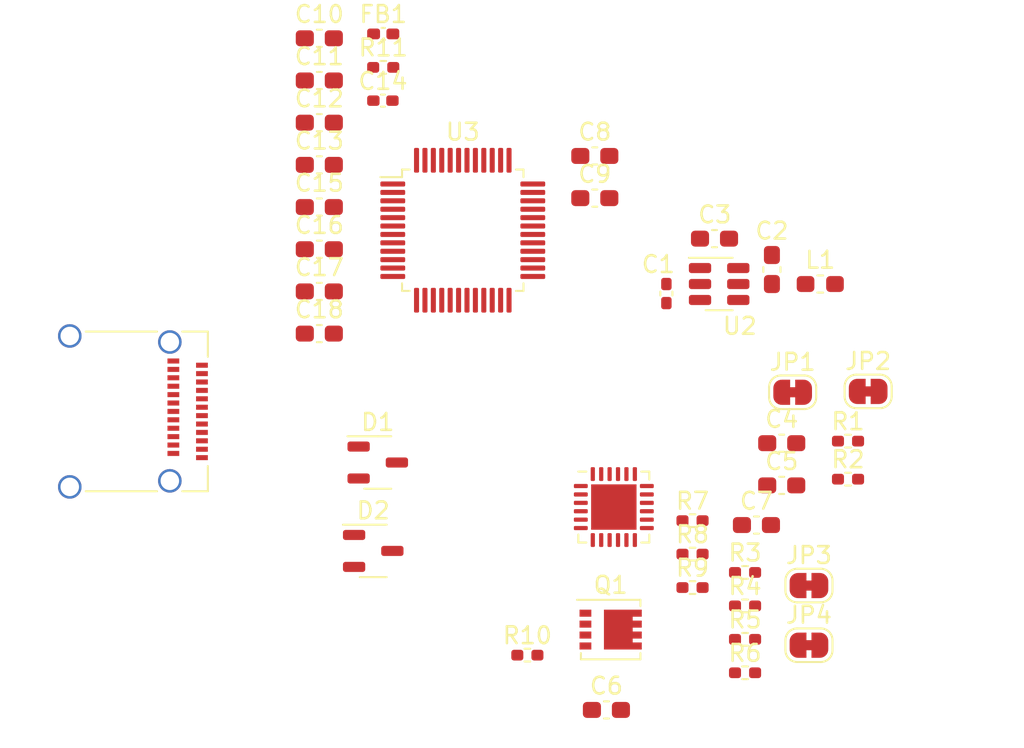
<source format=kicad_pcb>
(kicad_pcb (version 20221018) (generator pcbnew)
  (layers (0 "F.Cu" signal) (31 "B.Cu" signal) (34 "B.Paste" user) (35 "F.Paste" user) (36 "B.SilkS" user "B.Silkscreen") (37 "F.SilkS" user "F.Silkscreen") (38 "B.Mask" user) (39 "F.Mask" user) (44 "Edge.Cuts" user))
  (net 0 "")
  (net 1 "VBUS")
  (net 2 "GND")
  (net 3 "/SW")
  (net 4 "+3.3V")
  (net 5 "/1V2")
  (net 8 "/2V7")
  (net 14 "/CC1")
  (net 18 "/CC2")
  (net 19 "Net-(JP1-B)")
  (net 21 "/SCL")
  (net 22 "/SDA")
  (net 23 "/Reset_PD")
  (net 24 "/ADDR0")
  (net 25 "/ADDR1")
  (net 27 "Net-(JP2-B)")
  (net 32 "/VBUS_VS_DISCH")
  (net 33 "/BST")
  (net 34 "Net-(C7-Pad1)")
  (net 35 "/Vsink")
  (net 36 "/q1_gate")
  (net 37 "/vbus_en_snk")
  (net 38 "/D+")
  (net 39 "/D-")
  (net 40 "/DISCH")
  (net 41 "/Alert")
  (net 80 "+3.3VA")
  (net 81 "Net-(U3-NRST)")
  (net 83 "Net-(U3-BOOT0)")
  (footprint "Resistor_SMD:R_0402_1005Metric_Pad0.72x0.64mm_HandSolder" (layer "F.Cu") (at 86.8975 73.73)
    (fp_text reference "R8" (at 0 -1.17) (layer "F.SilkS"))
    (fp_text value "22k")
    (fp_line (start -0.167621 -0.38) (end 0.167621 -0.38) (stroke (width 0.12)) (layer "F.SilkS"))
    (fp_line (start -0.167621 0.38) (end 0.167621 0.38) (stroke (width 0.12)) (layer "F.SilkS"))
    (pad "1" smd roundrect (at -0.5975 0) (size 0.715 0.64) (layers "F.Cu" "F.Paste" "F.Mask") (net 36 "/q1_gate"))
    (pad "2" smd roundrect (at 0.5975 0) (size 0.715 0.64) (layers "F.Cu" "F.Paste" "F.Mask") (net 37 "/vbus_en_snk"))
  )
  (footprint "Capacitor_SMD:C_0603_1608Metric_Pad1.08x0.95mm_HandSolder" (layer "F.Cu") (at 81.0875 50.04)
    (fp_text reference "C8" (at 0 -1.43) (layer "F.SilkS"))
    (fp_text value "4.7uF")
    (fp_line (start -0.146267 -0.51) (end 0.146267 -0.51) (stroke (width 0.12)) (layer "F.SilkS"))
    (fp_line (start -0.146267 0.51) (end 0.146267 0.51) (stroke (width 0.12)) (layer "F.SilkS"))
    (pad "1" smd roundrect (at -0.8625 0) (size 1.075 0.95) (layers "F.Cu" "F.Paste" "F.Mask") (net 1 "VBUS"))
    (pad "2" smd roundrect (at 0.8625 0) (size 1.075 0.95) (layers "F.Cu" "F.Paste" "F.Mask") (net 2 "GND"))
  )
  (footprint "Capacitor_SMD:C_0603_1608Metric_Pad1.08x0.95mm_HandSolder" (layer "F.Cu") (at 81.7775 83)
    (fp_text reference "C6" (at 0 -1.43) (layer "F.SilkS"))
    (fp_text value "1uF")
    (fp_line (start -0.146267 -0.51) (end 0.146267 -0.51) (stroke (width 0.12)) (layer "F.SilkS"))
    (fp_line (start -0.146267 0.51) (end 0.146267 0.51) (stroke (width 0.12)) (layer "F.SilkS"))
    (pad "1" smd roundrect (at -0.8625 0) (size 1.075 0.95) (layers "F.Cu" "F.Paste" "F.Mask") (net 1 "VBUS"))
    (pad "2" smd roundrect (at 0.8625 0) (size 1.075 0.95) (layers "F.Cu" "F.Paste" "F.Mask") (net 2 "GND"))
  )
  (footprint "Package_TO_SOT_SMD:SOT-23-3" (layer "F.Cu") (at 68.1825 68.28)
    (fp_text reference "D1" (at 0 -2.4) (layer "F.SilkS"))
    (fp_text value "CPDT-24V")
    (fp_line (start 0 -1.56) (end -1.8 -1.56) (stroke (width 0.12)) (layer "F.SilkS"))
    (fp_line (start 0 -1.56) (end 0.8 -1.56) (stroke (width 0.12)) (layer "F.SilkS"))
    (fp_line (start 0 1.56) (end -0.8 1.56) (stroke (width 0.12)) (layer "F.SilkS"))
    (fp_line (start 0 1.56) (end 0.8 1.56) (stroke (width 0.12)) (layer "F.SilkS"))
    (pad "1" smd roundrect (at -1.1375 -0.95) (size 1.325 0.6) (layers "F.Cu" "F.Paste" "F.Mask") (net 14 "/CC1"))
    (pad "2" smd roundrect (at -1.1375 0.95) (size 1.325 0.6) (layers "F.Cu" "F.Paste" "F.Mask") (net 18 "/CC2"))
    (pad "3" smd roundrect (at 1.1375 0) (size 1.325 0.6) (layers "F.Cu" "F.Paste" "F.Mask") (net 2 "GND"))
  )
  (footprint "Capacitor_SMD:C_0603_1608Metric_Pad1.08x0.95mm_HandSolder" (layer "F.Cu") (at 64.7075 58.1)
    (fp_text reference "C17" (at 0 -1.43) (layer "F.SilkS"))
    (fp_text value "1uF")
    (fp_line (start -0.146267 -0.51) (end 0.146267 -0.51) (stroke (width 0.12)) (layer "F.SilkS"))
    (fp_line (start -0.146267 0.51) (end 0.146267 0.51) (stroke (width 0.12)) (layer "F.SilkS"))
    (pad "1" smd roundrect (at -0.8625 0) (size 1.075 0.95) (layers "F.Cu" "F.Paste" "F.Mask") (net 2 "GND"))
    (pad "2" smd roundrect (at 0.8625 0) (size 1.075 0.95) (layers "F.Cu" "F.Paste" "F.Mask") (net 4 "+3.3V"))
  )
  (footprint "Package_TO_SOT_SMD:TSOT-23-6" (layer "F.Cu") (at 88.48 57.66)
    (fp_text reference "U2" (at 1.23 2.5) (layer "F.SilkS"))
    (fp_text value "AP63203WU")
    (fp_line (start 0 -1.56) (end -1.8 -1.56) (stroke (width 0.12)) (layer "F.SilkS"))
    (fp_line (start 0 -1.56) (end 0.8 -1.56) (stroke (width 0.12)) (layer "F.SilkS"))
    (fp_line (start 0 1.56) (end -0.8 1.56) (stroke (width 0.12)) (layer "F.SilkS"))
    (fp_line (start 0 1.56) (end 0.8 1.56) (stroke (width 0.12)) (layer "F.SilkS"))
    (pad "1" smd roundrect (at -1.1375 -0.95) (size 1.325 0.6) (layers "F.Cu" "F.Paste" "F.Mask") (net 4 "+3.3V"))
    (pad "2" smd roundrect (at -1.1375 0) (size 1.325 0.6) (layers "F.Cu" "F.Paste" "F.Mask") (net 1 "VBUS"))
    (pad "3" smd roundrect (at -1.1375 0.95) (size 1.325 0.6) (layers "F.Cu" "F.Paste" "F.Mask") (net 1 "VBUS"))
    (pad "4" smd roundrect (at 1.1375 0.95) (size 1.325 0.6) (layers "F.Cu" "F.Paste" "F.Mask") (net 2 "GND"))
    (pad "5" smd roundrect (at 1.1375 0) (size 1.325 0.6) (layers "F.Cu" "F.Paste" "F.Mask") (net 3 "/SW"))
    (pad "6" smd roundrect (at 1.1375 -0.95) (size 1.325 0.6) (layers "F.Cu" "F.Paste" "F.Mask") (net 33 "/BST"))
  )
  (footprint "Jumper:SolderJumper-2_P1.3mm_Bridged_RoundedPad1.0x1.5mm" (layer "F.Cu") (at 97.34 64.05)
    (fp_text reference "JP2" (at 0 -1.8) (layer "F.SilkS"))
    (fp_text value "SolderJumper_2_Bridged")
    (fp_poly (pts (xy 0.25 -0.3) (xy -0.25 -0.3) (xy -0.25 0.3) (xy 0.25 0.3)) (fill solid) (layer "F.Cu"))
    (fp_line (start -1.4 0.3) (end -1.4 -0.3) (stroke (width 0.12)) (layer "F.SilkS"))
    (fp_line (start -0.7 -1) (end 0.7 -1) (stroke (width 0.12)) (layer "F.SilkS"))
    (fp_line (start 0.7 1) (end -0.7 1) (stroke (width 0.12)) (layer "F.SilkS"))
    (fp_line (start 1.4 -0.3) (end 1.4 0.3) (stroke (width 0.12)) (layer "F.SilkS"))
    (fp_arc (start -1.4 -0.3) (mid -1.194975 -0.794975) (end -0.7 -1) (stroke (width 0.12)) (layer "F.SilkS"))
    (fp_arc (start -0.7 1) (mid -1.194975 0.794975) (end -1.4 0.3) (stroke (width 0.12)) (layer "F.SilkS"))
    (fp_arc (start 0.7 -1) (mid 1.194975 -0.794975) (end 1.4 -0.3) (stroke (width 0.12)) (layer "F.SilkS"))
    (fp_arc (start 1.4 0.3) (mid 1.194975 0.794975) (end 0.7 1) (stroke (width 0.12)) (layer "F.SilkS"))
    (pad "1" smd custom (at -0.65 0) (size 1 0.5) (layers "F.Cu" "F.Mask") (net 4 "+3.3V") (options (clearance outline) (anchor rect)) (primitives (gr_circle (center 0 0.25) (end 0.5 0.25) (width 0) (fill yes)) (gr_circle (center 0 -0.25) (end 0.5 -0.25) (width 0) (fill yes)) (gr_poly (pts (xy 0.5 0.75) (xy 0 0.75) (xy 0 -0.75) (xy 0.5 -0.75)) (width 0) (fill yes))))
    (pad "2" smd custom (at 0.65 0) (size 1 0.5) (layers "F.Cu" "F.Mask") (net 27 "Net-(JP2-B)") (options (clearance outline) (anchor rect)) (primitives (gr_circle (center 0 0.25) (end 0.5 0.25) (width 0) (fill yes)) (gr_circle (center 0 -0.25) (end 0.5 -0.25) (width 0) (fill yes)) (gr_poly (pts (xy 0 0.75) (xy -0.5 0.75) (xy -0.5 -0.75) (xy 0 -0.75)) (width 0) (fill yes))))
  )
  (footprint "Capacitor_SMD:C_0603_1608Metric_Pad1.08x0.95mm_HandSolder" (layer "F.Cu") (at 64.7075 45.55)
    (fp_text reference "C11" (at 0 -1.43) (layer "F.SilkS"))
    (fp_text value "100nF")
    (fp_line (start -0.146267 -0.51) (end 0.146267 -0.51) (stroke (width 0.12)) (layer "F.SilkS"))
    (fp_line (start -0.146267 0.51) (end 0.146267 0.51) (stroke (width 0.12)) (layer "F.SilkS"))
    (pad "1" smd roundrect (at -0.8625 0) (size 1.075 0.95) (layers "F.Cu" "F.Paste" "F.Mask") (net 2 "GND"))
    (pad "2" smd roundrect (at 0.8625 0) (size 1.075 0.95) (layers "F.Cu" "F.Paste" "F.Mask") (net 4 "+3.3V"))
  )
  (footprint "Resistor_SMD:R_0402_1005Metric_Pad0.72x0.64mm_HandSolder" (layer "F.Cu") (at 96.1425 69.27)
    (fp_text reference "R2" (at 0 -1.17) (layer "F.SilkS"))
    (fp_text value "2k2")
    (fp_line (start -0.167621 -0.38) (end 0.167621 -0.38) (stroke (width 0.12)) (layer "F.SilkS"))
    (fp_line (start -0.167621 0.38) (end 0.167621 0.38) (stroke (width 0.12)) (layer "F.SilkS"))
    (pad "1" smd roundrect (at -0.5975 0) (size 0.715 0.64) (layers "F.Cu" "F.Paste" "F.Mask") (net 27 "Net-(JP2-B)"))
    (pad "2" smd roundrect (at 0.5975 0) (size 0.715 0.64) (layers "F.Cu" "F.Paste" "F.Mask") (net 22 "/SDA"))
  )
  (footprint "Resistor_SMD:R_0402_1005Metric_Pad0.72x0.64mm_HandSolder" (layer "F.Cu") (at 90.02 80.79)
    (fp_text reference "R6" (at 0 -1.17) (layer "F.SilkS"))
    (fp_text value "10k")
    (fp_line (start -0.167621 -0.38) (end 0.167621 -0.38) (stroke (width 0.12)) (layer "F.SilkS"))
    (fp_line (start -0.167621 0.38) (end 0.167621 0.38) (stroke (width 0.12)) (layer "F.SilkS"))
    (pad "1" smd roundrect (at -0.5975 0) (size 0.715 0.64) (layers "F.Cu" "F.Paste" "F.Mask") (net 8 "/2V7"))
    (pad "2" smd roundrect (at 0.5975 0) (size 0.715 0.64) (layers "F.Cu" "F.Paste" "F.Mask") (net 25 "/ADDR1"))
  )
  (footprint "Resistor_SMD:R_0402_1005Metric_Pad0.72x0.64mm_HandSolder" (layer "F.Cu") (at 68.5075 44.77)
    (fp_text reference "R11" (at 0 -1.17) (layer "F.SilkS"))
    (fp_text value "10k")
    (fp_line (start -0.167621 -0.38) (end 0.167621 -0.38) (stroke (width 0.12)) (layer "F.SilkS"))
    (fp_line (start -0.167621 0.38) (end 0.167621 0.38) (stroke (width 0.12)) (layer "F.SilkS"))
    (pad "1" smd roundrect (at -0.5975 0) (size 0.715 0.64) (layers "F.Cu" "F.Paste" "F.Mask"))
    (pad "2" smd roundrect (at 0.5975 0) (size 0.715 0.64) (layers "F.Cu" "F.Paste" "F.Mask") (net 83 "Net-(U3-BOOT0)"))
  )
  (footprint "Jumper:SolderJumper-2_P1.3mm_Bridged_RoundedPad1.0x1.5mm" (layer "F.Cu") (at 93.82 75.6)
    (fp_text reference "JP3" (at 0 -1.8) (layer "F.SilkS"))
    (fp_text value "SolderJumper_2_Bridged")
    (fp_poly (pts (xy 0.25 -0.3) (xy -0.25 -0.3) (xy -0.25 0.3) (xy 0.25 0.3)) (fill solid) (layer "F.Cu"))
    (fp_line (start -1.4 0.3) (end -1.4 -0.3) (stroke (width 0.12)) (layer "F.SilkS"))
    (fp_line (start -0.7 -1) (end 0.7 -1) (stroke (width 0.12)) (layer "F.SilkS"))
    (fp_line (start 0.7 1) (end -0.7 1) (stroke (width 0.12)) (layer "F.SilkS"))
    (fp_line (start 1.4 -0.3) (end 1.4 0.3) (stroke (width 0.12)) (layer "F.SilkS"))
    (fp_arc (start -1.4 -0.3) (mid -1.194975 -0.794975) (end -0.7 -1) (stroke (width 0.12)) (layer "F.SilkS"))
    (fp_arc (start -0.7 1) (mid -1.194975 0.794975) (end -1.4 0.3) (stroke (width 0.12)) (layer "F.SilkS"))
    (fp_arc (start 0.7 -1) (mid 1.194975 -0.794975) (end 1.4 -0.3) (stroke (width 0.12)) (layer "F.SilkS"))
    (fp_arc (start 1.4 0.3) (mid 1.194975 0.794975) (end 0.7 1) (stroke (width 0.12)) (layer "F.SilkS"))
    (pad "1" smd custom (at -0.65 0) (size 1 0.5) (layers "F.Cu" "F.Mask") (net 24 "/ADDR0") (options (clearance outline) (anchor rect)) (primitives (gr_circle (center 0 0.25) (end 0.5 0.25) (width 0) (fill yes)) (gr_circle (center 0 -0.25) (end 0.5 -0.25) (width 0) (fill yes)) (gr_poly (pts (xy 0.5 0.75) (xy 0 0.75) (xy 0 -0.75) (xy 0.5 -0.75)) (width 0) (fill yes))))
    (pad "2" smd custom (at 0.65 0) (size 1 0.5) (layers "F.Cu" "F.Mask") (net 2 "GND") (options (clearance outline) (anchor rect)) (primitives (gr_circle (center 0 0.25) (end 0.5 0.25) (width 0) (fill yes)) (gr_circle (center 0 -0.25) (end 0.5 -0.25) (width 0) (fill yes)) (gr_poly (pts (xy 0 0.75) (xy -0.5 0.75) (xy -0.5 -0.75) (xy 0 -0.75)) (width 0) (fill yes))))
  )
  (footprint "Resistor_SMD:R_0402_1005Metric_Pad0.72x0.64mm_HandSolder" (layer "F.Cu") (at 86.8975 75.72)
    (fp_text reference "R9" (at 0 -1.17) (layer "F.SilkS"))
    (fp_text value "100k")
    (fp_line (start -0.167621 -0.38) (end 0.167621 -0.38) (stroke (width 0.12)) (layer "F.SilkS"))
    (fp_line (start -0.167621 0.38) (end 0.167621 0.38) (stroke (width 0.12)) (layer "F.SilkS"))
    (pad "1" smd roundrect (at -0.5975 0) (size 0.715 0.64) (layers "F.Cu" "F.Paste" "F.Mask") (net 36 "/q1_gate"))
    (pad "2" smd roundrect (at 0.5975 0) (size 0.715 0.64) (layers "F.Cu" "F.Paste" "F.Mask") (net 1 "VBUS"))
  )
  (footprint "Capacitor_SMD:C_0603_1608Metric_Pad1.08x0.95mm_HandSolder" (layer "F.Cu") (at 88.205 54.96 180)
    (fp_text reference "C3" (at -0.0125 1.43) (layer "F.SilkS"))
    (fp_text value "100nF")
    (fp_line (start -0.146267 -0.51) (end 0.146267 -0.51) (stroke (width 0.12)) (layer "F.SilkS"))
    (fp_line (start -0.146267 0.51) (end 0.146267 0.51) (stroke (width 0.12)) (layer "F.SilkS"))
    (pad "1" smd roundrect (at -0.8625 0 180) (size 1.075 0.95) (layers "F.Cu" "F.Paste" "F.Mask") (net 2 "GND"))
    (pad "2" smd roundrect (at 0.8625 0 180) (size 1.075 0.95) (layers "F.Cu" "F.Paste" "F.Mask") (net 4 "+3.3V"))
  )
  (footprint "Capacitor_SMD:C_0603_1608Metric_Pad1.08x0.95mm_HandSolder" (layer "F.Cu") (at 91.6175 56.7975 -90)
    (fp_text reference "C2" (at -2.3 0 -180) (layer "F.SilkS"))
    (fp_text value "100nF")
    (fp_line (start -0.146267 -0.51) (end 0.146267 -0.51) (stroke (width 0.12)) (layer "F.SilkS"))
    (fp_line (start -0.146267 0.51) (end 0.146267 0.51) (stroke (width 0.12)) (layer "F.SilkS"))
    (pad "1" smd roundrect (at -0.8625 0 270) (size 1.075 0.95) (layers "F.Cu" "F.Paste" "F.Mask") (net 33 "/BST"))
    (pad "2" smd roundrect (at 0.8625 0 270) (size 1.075 0.95) (layers "F.Cu" "F.Paste" "F.Mask") (net 3 "/SW"))
  )
  (footprint "Capacitor_SMD:C_0603_1608Metric_Pad1.08x0.95mm_HandSolder" (layer "F.Cu") (at 81.0875 52.55)
    (fp_text reference "C9" (at 0 -1.43) (layer "F.SilkS"))
    (fp_text value "100nF")
    (fp_line (start -0.146267 -0.51) (end 0.146267 -0.51) (stroke (width 0.12)) (layer "F.SilkS"))
    (fp_line (start -0.146267 0.51) (end 0.146267 0.51) (stroke (width 0.12)) (layer "F.SilkS"))
    (pad "1" smd roundrect (at -0.8625 0) (size 1.075 0.95) (layers "F.Cu" "F.Paste" "F.Mask") (net 1 "VBUS"))
    (pad "2" smd roundrect (at 0.8625 0) (size 1.075 0.95) (layers "F.Cu" "F.Paste" "F.Mask") (net 2 "GND"))
  )
  (footprint "Inductor_SMD:L_0402_1005Metric_Pad0.77x0.64mm_HandSolder" (layer "F.Cu") (at 68.5075 42.78)
    (fp_text reference "FB1" (at 0 -1.17) (layer "F.SilkS"))
    (fp_text value "120R")
    (fp_line (start -0.1002 -0.36) (end 0.1002 -0.36) (stroke (width 0.12)) (layer "F.SilkS"))
    (fp_line (start -0.1002 0.36) (end 0.1002 0.36) (stroke (width 0.12)) (layer "F.SilkS"))
    (pad "1" smd roundrect (at -0.5725 0) (size 0.765 0.64) (layers "F.Cu" "F.Paste" "F.Mask") (net 80 "+3.3VA"))
    (pad "2" smd roundrect (at 0.5725 0) (size 0.765 0.64) (layers "F.Cu" "F.Paste" "F.Mask") (net 4 "+3.3V"))
  )
  (footprint "Jumper:SolderJumper-2_P1.3mm_Bridged_RoundedPad1.0x1.5mm" (layer "F.Cu") (at 93.82 79.15)
    (fp_text reference "JP4" (at 0 -1.8) (layer "F.SilkS"))
    (fp_text value "SolderJumper_2_Bridged")
    (fp_poly (pts (xy 0.25 -0.3) (xy -0.25 -0.3) (xy -0.25 0.3) (xy 0.25 0.3)) (fill solid) (layer "F.Cu"))
    (fp_line (start -1.4 0.3) (end -1.4 -0.3) (stroke (width 0.12)) (layer "F.SilkS"))
    (fp_line (start -0.7 -1) (end 0.7 -1) (stroke (width 0.12)) (layer "F.SilkS"))
    (fp_line (start 0.7 1) (end -0.7 1) (stroke (width 0.12)) (layer "F.SilkS"))
    (fp_line (start 1.4 -0.3) (end 1.4 0.3) (stroke (width 0.12)) (layer "F.SilkS"))
    (fp_arc (start -1.4 -0.3) (mid -1.194975 -0.794975) (end -0.7 -1) (stroke (width 0.12)) (layer "F.SilkS"))
    (fp_arc (start -0.7 1) (mid -1.194975 0.794975) (end -1.4 0.3) (stroke (width 0.12)) (layer "F.SilkS"))
    (fp_arc (start 0.7 -1) (mid 1.194975 -0.794975) (end 1.4 -0.3) (stroke (width 0.12)) (layer "F.SilkS"))
    (fp_arc (start 1.4 0.3) (mid 1.194975 0.794975) (end 0.7 1) (stroke (width 0.12)) (layer "F.SilkS"))
    (pad "1" smd custom (at -0.65 0) (size 1 0.5) (layers "F.Cu" "F.Mask") (net 25 "/ADDR1") (options (clearance outline) (anchor rect)) (primitives (gr_circle (center 0 0.25) (end 0.5 0.25) (width 0) (fill yes)) (gr_circle (center 0 -0.25) (end 0.5 -0.25) (width 0) (fill yes)) (gr_poly (pts (xy 0.5 0.75) (xy 0 0.75) (xy 0 -0.75) (xy 0.5 -0.75)) (width 0) (fill yes))))
    (pad "2" smd custom (at 0.65 0) (size 1 0.5) (layers "F.Cu" "F.Mask") (net 2 "GND") (options (clearance outline) (anchor rect)) (primitives (gr_circle (center 0 0.25) (end 0.5 0.25) (width 0) (fill yes)) (gr_circle (center 0 -0.25) (end 0.5 -0.25) (width 0) (fill yes)) (gr_poly (pts (xy 0 0.75) (xy -0.5 0.75) (xy -0.5 -0.75) (xy 0 -0.75)) (width 0) (fill yes))))
  )
  (footprint "Resistor_SMD:R_0402_1005Metric_Pad0.72x0.64mm_HandSolder" (layer "F.Cu") (at 86.8975 71.74)
    (fp_text reference "R7" (at 0 -1.17) (layer "F.SilkS"))
    (fp_text value "10k")
    (fp_line (start -0.167621 -0.38) (end 0.167621 -0.38) (stroke (width 0.12)) (layer "F.SilkS"))
    (fp_line (start -0.167621 0.38) (end 0.167621 0.38) (stroke (width 0.12)) (layer "F.SilkS"))
    (pad "1" smd roundrect (at -0.5975 0) (size 0.715 0.64) (layers "F.Cu" "F.Paste" "F.Mask") (net 34 "Net-(C7-Pad1)"))
    (pad "2" smd roundrect (at 0.5975 0) (size 0.715 0.64) (layers "F.Cu" "F.Paste" "F.Mask") (net 36 "/q1_gate"))
  )
  (footprint "Jumper:SolderJumper-2_P1.3mm_Bridged_RoundedPad1.0x1.5mm" (layer "F.Cu") (at 92.851 64.1005)
    (fp_text reference "JP1" (at 0 -1.8) (layer "F.SilkS"))
    (fp_text value "SolderJumper_2_Bridged")
    (fp_poly (pts (xy 0.25 -0.3) (xy -0.25 -0.3) (xy -0.25 0.3) (xy 0.25 0.3)) (fill solid) (layer "F.Cu"))
    (fp_line (start -1.4 0.3) (end -1.4 -0.3) (stroke (width 0.12)) (layer "F.SilkS"))
    (fp_line (start -0.7 -1) (end 0.7 -1) (stroke (width 0.12)) (layer "F.SilkS"))
    (fp_line (start 0.7 1) (end -0.7 1) (stroke (width 0.12)) (layer "F.SilkS"))
    (fp_line (start 1.4 -0.3) (end 1.4 0.3) (stroke (width 0.12)) (layer "F.SilkS"))
    (fp_arc (start -1.4 -0.3) (mid -1.194975 -0.794975) (end -0.7 -1) (stroke (width 0.12)) (layer "F.SilkS"))
    (fp_arc (start -0.7 1) (mid -1.194975 0.794975) (end -1.4 0.3) (stroke (width 0.12)) (layer "F.SilkS"))
    (fp_arc (start 0.7 -1) (mid 1.194975 -0.794975) (end 1.4 -0.3) (stroke (width 0.12)) (layer "F.SilkS"))
    (fp_arc (start 1.4 0.3) (mid 1.194975 0.794975) (end 0.7 1) (stroke (width 0.12)) (layer "F.SilkS"))
    (pad "1" smd custom (at -0.65 0) (size 1 0.5) (layers "F.Cu" "F.Mask") (net 4 "+3.3V") (options (clearance outline) (anchor rect)) (primitives (gr_circle (center 0 0.25) (end 0.5 0.25) (width 0) (fill yes)) (gr_circle (center 0 -0.25) (end 0.5 -0.25) (width 0) (fill yes)) (gr_poly (pts (xy 0.5 0.75) (xy 0 0.75) (xy 0 -0.75) (xy 0.5 -0.75)) (width 0) (fill yes))))
    (pad "2" smd custom (at 0.65 0) (size 1 0.5) (layers "F.Cu" "F.Mask") (net 19 "Net-(JP1-B)") (options (clearance outline) (anchor rect)) (primitives (gr_circle (center 0 0.25) (end 0.5 0.25) (width 0) (fill yes)) (gr_circle (center 0 -0.25) (end 0.5 -0.25) (width 0) (fill yes)) (gr_poly (pts (xy 0 0.75) (xy -0.5 0.75) (xy -0.5 -0.75) (xy 0 -0.75)) (width 0) (fill yes))))
  )
  (footprint "Capacitor_SMD:C_0603_1608Metric_Pad1.08x0.95mm_HandSolder" (layer "F.Cu") (at 90.6975 72)
    (fp_text reference "C7" (at 0 -1.43) (layer "F.SilkS"))
    (fp_text value "100nF")
    (fp_line (start -0.146267 -0.51) (end 0.146267 -0.51) (stroke (width 0.12)) (layer "F.SilkS"))
    (fp_line (start -0.146267 0.51) (end 0.146267 0.51) (stroke (width 0.12)) (layer "F.SilkS"))
    (pad "1" smd roundrect (at -0.8625 0) (size 1.075 0.95) (layers "F.Cu" "F.Paste" "F.Mask") (net 34 "Net-(C7-Pad1)"))
    (pad "2" smd roundrect (at 0.8625 0) (size 1.075 0.95) (layers "F.Cu" "F.Paste" "F.Mask") (net 35 "/Vsink"))
  )
  (footprint "Package_QFP:LQFP-48_7x7mm_P0.5mm" (layer "F.Cu") (at 73.2375 54.46)
    (fp_text reference "U3" (at 0 -5.85) (layer "F.SilkS"))
    (fp_text value "STM32F103C8Tx")
    (fp_line (start -3.61 -3.61) (end -3.61 -3.16) (stroke (width 0.12)) (layer "F.SilkS"))
    (fp_line (start -3.61 -3.16) (end -4.9 -3.16) (stroke (width 0.12)) (layer "F.SilkS"))
    (fp_line (start -3.61 3.61) (end -3.61 3.16) (stroke (width 0.12)) (layer "F.SilkS"))
    (fp_line (start -3.16 -3.61) (end -3.61 -3.61) (stroke (width 0.12)) (layer "F.SilkS"))
    (fp_line (start -3.16 3.61) (end -3.61 3.61) (stroke (width 0.12)) (layer "F.SilkS"))
    (fp_line (start 3.16 -3.61) (end 3.61 -3.61) (stroke (width 0.12)) (layer "F.SilkS"))
    (fp_line (start 3.16 3.61) (end 3.61 3.61) (stroke (width 0.12)) (layer "F.SilkS"))
    (fp_line (start 3.61 -3.61) (end 3.61 -3.16) (stroke (width 0.12)) (layer "F.SilkS"))
    (fp_line (start 3.61 3.61) (end 3.61 3.16) (stroke (width 0.12)) (layer "F.SilkS"))
    (pad "1" smd roundrect (at -4.1625 -2.75) (size 1.475 0.3) (layers "F.Cu" "F.Paste" "F.Mask") (net 4 "+3.3V"))
    (pad "2" smd roundrect (at -4.1625 -2.25) (size 1.475 0.3) (layers "F.Cu" "F.Paste" "F.Mask"))
    (pad "3" smd roundrect (at -4.1625 -1.75) (size 1.475 0.3) (layers "F.Cu" "F.Paste" "F.Mask"))
    (pad "4" smd roundrect (at -4.1625 -1.25) (size 1.475 0.3) (layers "F.Cu" "F.Paste" "F.Mask"))
    (pad "5" smd roundrect (at -4.1625 -0.75) (size 1.475 0.3) (layers "F.Cu" "F.Paste" "F.Mask"))
    (pad "6" smd roundrect (at -4.1625 -0.25) (size 1.475 0.3) (layers "F.Cu" "F.Paste" "F.Mask"))
    (pad "7" smd roundrect (at -4.1625 0.25) (size 1.475 0.3) (layers "F.Cu" "F.Paste" "F.Mask") (net 81 "Net-(U3-NRST)"))
    (pad "8" smd roundrect (at -4.1625 0.75) (size 1.475 0.3) (layers "F.Cu" "F.Paste" "F.Mask") (net 2 "GND"))
    (pad "9" smd roundrect (at -4.1625 1.25) (size 1.475 0.3) (layers "F.Cu" "F.Paste" "F.Mask") (net 80 "+3.3VA"))
    (pad "10" smd roundrect (at -4.1625 1.75) (size 1.475 0.3) (layers "F.Cu" "F.Paste" "F.Mask"))
    (pad "11" smd roundrect (at -4.1625 2.25) (size 1.475 0.3) (layers "F.Cu" "F.Paste" "F.Mask"))
    (pad "12" smd roundrect (at -4.1625 2.75) (size 1.475 0.3) (layers "F.Cu" "F.Paste" "F.Mask"))
    (pad "13" smd roundrect (at -2.75 4.1625) (size 0.3 1.475) (layers "F.Cu" "F.Paste" "F.Mask"))
    (pad "14" smd roundrect (at -2.25 4.1625) (size 0.3 1.475) (layers "F.Cu" "F.Paste" "F.Mask"))
    (pad "15" smd roundrect (at -1.75 4.1625) (size 0.3 1.475) (layers "F.Cu" "F.Paste" "F.Mask"))
    (pad "16" smd roundrect (at -1.25 4.1625) (size 0.3 1.475) (layers "F.Cu" "F.Paste" "F.Mask"))
    (pad "17" smd roundrect (at -0.75 4.1625) (size 0.3 1.475) (layers "F.Cu" "F.Paste" "F.Mask"))
    (pad "18" smd roundrect (at -0.25 4.1625) (size 0.3 1.475) (layers "F.Cu" "F.Paste" "F.Mask"))
    (pad "19" smd roundrect (at 0.25 4.1625) (size 0.3 1.475) (layers "F.Cu" "F.Paste" "F.Mask"))
    (pad "20" smd roundrect (at 0.75 4.1625) (size 0.3 1.475) (layers "F.Cu" "F.Paste" "F.Mask"))
    (pad "21" smd roundrect (at 1.25 4.1625) (size 0.3 1.475) (layers "F.Cu" "F.Paste" "F.Mask"))
    (pad "22" smd roundrect (at 1.75 4.1625) (size 0.3 1.475) (layers "F.Cu" "F.Paste" "F.Mask"))
    (pad "23" smd roundrect (at 2.25 4.1625) (size 0.3 1.475) (layers "F.Cu" "F.Paste" "F.Mask") (net 2 "GND"))
    (pad "24" smd roundrect (at 2.75 4.1625) (size 0.3 1.475) (layers "F.Cu" "F.Paste" "F.Mask") (net 4 "+3.3V"))
    (pad "25" smd roundrect (at 4.1625 2.75) (size 1.475 0.3) (layers "F.Cu" "F.Paste" "F.Mask"))
    (pad "26" smd roundrect (at 4.1625 2.25) (size 1.475 0.3) (layers "F.Cu" "F.Paste" "F.Mask"))
    (pad "27" smd roundrect (at 4.1625 1.75) (size 1.475 0.3) (layers "F.Cu" "F.Paste" "F.Mask"))
    (pad "28" smd roundrect (at 4.1625 1.25) (size 1.475 0.3) (layers "F.Cu" "F.Paste" "F.Mask"))
    (pad "29" smd roundrect (at 4.1625 0.75) (size 1.475 0.3) (layers "F.Cu" "F.Paste" "F.Mask"))
    (pad "30" smd roundrect (at 4.1625 0.25) (size 1.475 0.3) (layers "F.Cu" "F.Paste" "F.Mask"))
    (pad "31" smd roundrect (at 4.1625 -0.25) (size 1.475 0.3) (layers "F.Cu" "F.Paste" "F.Mask"))
    (pad "32" smd roundrect (at 4.1625 -0.75) (size 1.475 0.3) (layers "F.Cu" "F.Paste" "F.Mask"))
    (pad "33" smd roundrect (at 4.1625 -1.25) (size 1.475 0.3) (layers "F.Cu" "F.Paste" "F.Mask"))
    (pad "34" smd roundrect (at 4.1625 -1.75) (size 1.475 0.3) (layers "F.Cu" "F.Paste" "F.Mask"))
    (pad "35" smd roundrect (at 4.1625 -2.25) (size 1.475 0.3) (layers "F.Cu" "F.Paste" "F.Mask") (net 2 "GND"))
    (pad "36" smd roundrect (at 4.1625 -2.75) (size 1.475 0.3) (layers "F.Cu" "F.Paste" "F.Mask") (net 4 "+3.3V"))
    (pad "37" smd roundrect (at 2.75 -4.1625) (size 0.3 1.475) (layers "F.Cu" "F.Paste" "F.Mask"))
    (pad "38" smd roundrect (at 2.25 -4.1625) (size 0.3 1.475) (layers "F.Cu" "F.Paste" "F.Mask"))
    (pad "39" smd roundrect (at 1.75 -4.1625) (size 0.3 1.475) (layers "F.Cu" "F.Paste" "F.Mask"))
    (pad "40" smd roundrect (at 1.25 -4.1625) (size 0.3 1.475) (layers "F.Cu" "F.Paste" "F.Mask"))
    (pad "41" smd roundrect (at 0.75 -4.1625) (size 0.3 1.475) (layers "F.Cu" "F.Paste" "F.Mask"))
    (pad "42" smd roundrect (at 0.25 -4.1625) (size 0.3 1.475) (layers "F.Cu" "F.Paste" "F.Mask"))
    (pad "43" smd roundrect (at -0.25 -4.1625) (size 0.3 1.475) (layers "F.Cu" "F.Paste" "F.Mask"))
    (pad "44" smd roundrect (at -0.75 -4.1625) (size 0.3 1.475) (layers "F.Cu" "F.Paste" "F.Mask") (net 83 "Net-(U3-BOOT0)"))
    (pad "45" smd roundrect (at -1.25 -4.1625) (size 0.3 1.475) (layers "F.Cu" "F.Paste" "F.Mask"))
    (pad "46" smd roundrect (at -1.75 -4.1625) (size 0.3 1.475) (layers "F.Cu" "F.Paste" "F.Mask"))
    (pad "47" smd roundrect (at -2.25 -4.1625) (size 0.3 1.475) (layers "F.Cu" "F.Paste" "F.Mask") (net 2 "GND"))
    (pad "48" smd roundrect (at -2.75 -4.1625) (size 0.3 1.475) (layers "F.Cu" "F.Paste" "F.Mask") (net 4 "+3.3V"))
  )
  (footprint "Package_DFN_QFN:QFN-24-1EP_4x4mm_P0.5mm_EP2.7x2.7mm" (layer "F.Cu") (at 82.2175 70.93)
    (fp_text reference "U1" hide)
    (fp_text value "STUSB4500QTR")
    (fp_line (start -2.11 2.11) (end -2.11 1.635) (stroke (width 0.12)) (layer "F.SilkS"))
    (fp_line (start -1.635 -2.11) (end -2.11 -2.11) (stroke (width 0.12)) (layer "F.SilkS"))
    (fp_line (start -1.635 2.11) (end -2.11 2.11) (stroke (width 0.12)) (layer "F.SilkS"))
    (fp_line (start 1.635 -2.11) (end 2.11 -2.11) (stroke (width 0.12)) (layer "F.SilkS"))
    (fp_line (start 1.635 2.11) (end 2.11 2.11) (stroke (width 0.12)) (layer "F.SilkS"))
    (fp_line (start 2.11 -2.11) (end 2.11 -1.635) (stroke (width 0.12)) (layer "F.SilkS"))
    (fp_line (start 2.11 2.11) (end 2.11 1.635) (stroke (width 0.12)) (layer "F.SilkS"))
    (pad "1" smd roundrect (at -1.9625 -1.25) (size 0.825 0.25) (layers "F.Cu" "F.Paste" "F.Mask") (net 14 "/CC1"))
    (pad "2" smd roundrect (at -1.9625 -0.75) (size 0.825 0.25) (layers "F.Cu" "F.Paste" "F.Mask") (net 14 "/CC1"))
    (pad "3" smd roundrect (at -1.9625 -0.25) (size 0.825 0.25) (layers "F.Cu" "F.Paste" "F.Mask"))
    (pad "4" smd roundrect (at -1.9625 0.25) (size 0.825 0.25) (layers "F.Cu" "F.Paste" "F.Mask") (net 18 "/CC2"))
    (pad "5" smd roundrect (at -1.9625 0.75) (size 0.825 0.25) (layers "F.Cu" "F.Paste" "F.Mask") (net 18 "/CC2"))
    (pad "6" smd roundrect (at -1.9625 1.25) (size 0.825 0.25) (layers "F.Cu" "F.Paste" "F.Mask") (net 23 "/Reset_PD"))
    (pad "7" smd roundrect (at -1.25 1.9625) (size 0.25 0.825) (layers "F.Cu" "F.Paste" "F.Mask") (net 21 "/SCL"))
    (pad "8" smd roundrect (at -0.75 1.9625) (size 0.25 0.825) (layers "F.Cu" "F.Paste" "F.Mask") (net 22 "/SDA"))
    (pad "9" smd roundrect (at -0.25 1.9625) (size 0.25 0.825) (layers "F.Cu" "F.Paste" "F.Mask") (net 40 "/DISCH"))
    (pad "10" smd roundrect (at 0.25 1.9625) (size 0.25 0.825) (layers "F.Cu" "F.Paste" "F.Mask") (net 2 "GND"))
    (pad "11" smd roundrect (at 0.75 1.9625) (size 0.25 0.825) (layers "F.Cu" "F.Paste" "F.Mask"))
    (pad "12" smd roundrect (at 1.25 1.9625) (size 0.25 0.825) (layers "F.Cu" "F.Paste" "F.Mask") (net 24 "/ADDR0"))
    (pad "13" smd roundrect (at 1.9625 1.25) (size 0.825 0.25) (layers "F.Cu" "F.Paste" "F.Mask") (net 25 "/ADDR1"))
    (pad "14" smd roundrect (at 1.9625 0.75) (size 0.825 0.25) (layers "F.Cu" "F.Paste" "F.Mask"))
    (pad "15" smd roundrect (at 1.9625 0.25) (size 0.825 0.25) (layers "F.Cu" "F.Paste" "F.Mask"))
    (pad "16" smd roundrect (at 1.9625 -0.25) (size 0.825 0.25) (layers "F.Cu" "F.Paste" "F.Mask") (net 37 "/vbus_en_snk"))
    (pad "17" smd roundrect (at 1.9625 -0.75) (size 0.825 0.25) (layers "F.Cu" "F.Paste" "F.Mask"))
    (pad "18" smd roundrect (at 1.9625 -1.25) (size 0.825 0.25) (layers "F.Cu" "F.Paste" "F.Mask") (net 32 "/VBUS_VS_DISCH"))
    (pad "19" smd roundrect (at 1.25 -1.9625) (size 0.25 0.825) (layers "F.Cu" "F.Paste" "F.Mask") (net 41 "/Alert"))
    (pad "20" smd roundrect (at 0.75 -1.9625) (size 0.25 0.825) (layers "F.Cu" "F.Paste" "F.Mask"))
    (pad "21" smd roundrect (at 0.25 -1.9625) (size 0.25 0.825) (layers "F.Cu" "F.Paste" "F.Mask") (net 5 "/1V2"))
    (pad "22" smd roundrect (at -0.25 -1.9625) (size 0.25 0.825) (layers "F.Cu" "F.Paste" "F.Mask") (net 2 "GND"))
    (pad "23" smd roundrect (at -0.75 -1.9625) (size 0.25 0.825) (layers "F.Cu" "F.Paste" "F.Mask") (net 8 "/2V7"))
    (pad "24" smd roundrect (at -1.25 -1.9625) (size 0.25 0.825) (layers "F.Cu" "F.Paste" "F.Mask") (net 1 "VBUS"))
    (pad "25" smd rect (at 0 0) (size 2.7 2.7) (layers "F.Cu" "F.Mask") (net 2 "GND"))
  )
  (footprint "Package_TO_SOT_SMD:SOT-23-3" (layer "F.Cu") (at 67.9125 73.54)
    (fp_text reference "D2" (at 0 -2.4) (layer "F.SilkS"))
    (fp_text value "CPDT-24V")
    (fp_line (start 0 -1.56) (end -1.8 -1.56) (stroke (width 0.12)) (layer "F.SilkS"))
    (fp_line (start 0 -1.56) (end 0.8 -1.56) (stroke (width 0.12)) (layer "F.SilkS"))
    (fp_line (start 0 1.56) (end -0.8 1.56) (stroke (width 0.12)) (layer "F.SilkS"))
    (fp_line (start 0 1.56) (end 0.8 1.56) (stroke (width 0.12)) (layer "F.SilkS"))
    (pad "1" smd roundrect (at -1.1375 -0.95) (size 1.325 0.6) (layers "F.Cu" "F.Paste" "F.Mask") (net 1 "VBUS"))
    (pad "2" smd roundrect (at -1.1375 0.95) (size 1.325 0.6) (layers "F.Cu" "F.Paste" "F.Mask") (net 35 "/Vsink"))
    (pad "3" smd roundrect (at 1.1375 0) (size 1.325 0.6) (layers "F.Cu" "F.Paste" "F.Mask") (net 2 "GND"))
  )
  (footprint "Capacitor_SMD:C_0603_1608Metric_Pad1.08x0.95mm_HandSolder" (layer "F.Cu") (at 92.201 67.1305)
    (fp_text reference "C4" (at 0 -1.43) (layer "F.SilkS"))
    (fp_text value "1uF")
    (fp_line (start -0.146267 -0.51) (end 0.146267 -0.51) (stroke (width 0.12)) (layer "F.SilkS"))
    (fp_line (start -0.146267 0.51) (end 0.146267 0.51) (stroke (width 0.12)) (layer "F.SilkS"))
    (pad "1" smd roundrect (at -0.8625 0) (size 1.075 0.95) (layers "F.Cu" "F.Paste" "F.Mask") (net 5 "/1V2"))
    (pad "2" smd roundrect (at 0.8625 0) (size 1.075 0.95) (layers "F.Cu" "F.Paste" "F.Mask") (net 2 "GND"))
  )
  (footprint "Capacitor_SMD:C_0603_1608Metric_Pad1.08x0.95mm_HandSolder" (layer "F.Cu") (at 64.7075 55.59)
    (fp_text reference "C16" (at 0 -1.43) (layer "F.SilkS"))
    (fp_text value "1uF")
    (fp_line (start -0.146267 -0.51) (end 0.146267 -0.51) (stroke (width 0.12)) (layer "F.SilkS"))
    (fp_line (start -0.146267 0.51) (end 0.146267 0.51) (stroke (width 0.12)) (layer "F.SilkS"))
    (pad "1" smd roundrect (at -0.8625 0) (size 1.075 0.95) (layers "F.Cu" "F.Paste" "F.Mask") (net 2 "GND"))
    (pad "2" smd roundrect (at 0.8625 0) (size 1.075 0.95) (layers "F.Cu" "F.Paste" "F.Mask") (net 80 "+3.3VA"))
  )
  (footprint "Capacitor_SMD:C_0603_1608Metric_Pad1.08x0.95mm_HandSolder" (layer "F.Cu") (at 64.7075 43.04)
    (fp_text reference "C10" (at 0 -1.43) (layer "F.SilkS"))
    (fp_text value "100nF")
    (fp_line (start -0.146267 -0.51) (end 0.146267 -0.51) (stroke (width 0.12)) (layer "F.SilkS"))
    (fp_line (start -0.146267 0.51) (end 0.146267 0.51) (stroke (width 0.12)) (layer "F.SilkS"))
    (pad "1" smd roundrect (at -0.8625 0) (size 1.075 0.95) (layers "F.Cu" "F.Paste" "F.Mask") (net 2 "GND"))
    (pad "2" smd roundrect (at 0.8625 0) (size 1.075 0.95) (layers "F.Cu" "F.Paste" "F.Mask") (net 4 "+3.3V"))
  )
  (footprint "Resistor_SMD:R_0402_1005Metric_Pad0.72x0.64mm_HandSolder" (layer "F.Cu") (at 96.1425 67.007)
    (fp_text reference "R1" (at 0 -1.17) (layer "F.SilkS"))
    (fp_text value "2k2")
    (fp_line (start -0.167621 -0.38) (end 0.167621 -0.38) (stroke (width 0.12)) (layer "F.SilkS"))
    (fp_line (start -0.167621 0.38) (end 0.167621 0.38) (stroke (width 0.12)) (layer "F.SilkS"))
    (pad "1" smd roundrect (at -0.5975 0) (size 0.715 0.64) (layers "F.Cu" "F.Paste" "F.Mask") (net 19 "Net-(JP1-B)"))
    (pad "2" smd roundrect (at 0.5975 0) (size 0.715 0.64) (layers "F.Cu" "F.Paste" "F.Mask") (net 21 "/SCL"))
  )
  (footprint "Capacitor_SMD:C_0603_1608Metric_Pad1.08x0.95mm_HandSolder" (layer "F.Cu") (at 64.7075 60.61)
    (fp_text reference "C18" (at 0 -1.43) (layer "F.SilkS"))
    (fp_text value "100nF")
    (fp_line (start -0.146267 -0.51) (end 0.146267 -0.51) (stroke (width 0.12)) (layer "F.SilkS"))
    (fp_line (start -0.146267 0.51) (end 0.146267 0.51) (stroke (width 0.12)) (layer "F.SilkS"))
    (pad "1" smd roundrect (at -0.8625 0) (size 1.075 0.95) (layers "F.Cu" "F.Paste" "F.Mask") (net 2 "GND"))
    (pad "2" smd roundrect (at 0.8625 0) (size 1.075 0.95) (layers "F.Cu" "F.Paste" "F.Mask") (net 81 "Net-(U3-NRST)"))
  )
  (footprint "Capacitor_SMD:C_0402_1005Metric_Pad0.74x0.62mm_HandSolder" (layer "F.Cu") (at 68.4875 46.75)
    (fp_text reference "C14" (at 0 -1.16) (layer "F.SilkS"))
    (fp_text value "10uF")
    (fp_line (start -0.115835 -0.36) (end 0.115835 -0.36) (stroke (width 0.12)) (layer "F.SilkS"))
    (fp_line (start -0.115835 0.36) (end 0.115835 0.36) (stroke (width 0.12)) (layer "F.SilkS"))
    (pad "1" smd roundrect (at -0.5675 0) (size 0.735 0.62) (layers "F.Cu" "F.Paste" "F.Mask") (net 4 "+3.3V"))
    (pad "2" smd roundrect (at 0.5675 0) (size 0.735 0.62) (layers "F.Cu" "F.Paste" "F.Mask") (net 2 "GND"))
  )
  (footprint "Resistor_SMD:R_0402_1005Metric_Pad0.72x0.64mm_HandSolder" (layer "F.Cu") (at 90.02 74.82)
    (fp_text reference "R3" (at 0 -1.17) (layer "F.SilkS"))
    (fp_text value "1k")
    (fp_line (start -0.167621 -0.38) (end 0.167621 -0.38) (stroke (width 0.12)) (layer "F.SilkS"))
    (fp_line (start -0.167621 0.38) (end 0.167621 0.38) (stroke (width 0.12)) (layer "F.SilkS"))
    (pad "1" smd roundrect (at -0.5975 0) (size 0.715 0.64) (layers "F.Cu" "F.Paste" "F.Mask") (net 1 "VBUS"))
    (pad "2" smd roundrect (at 0.5975 0) (size 0.715 0.64) (layers "F.Cu" "F.Paste" "F.Mask") (net 32 "/VBUS_VS_DISCH"))
  )
  (footprint "Capacitor_SMD:C_0402_1005Metric_Pad0.74x0.62mm_HandSolder" (layer "F.Cu") (at 85.3425 58.2275 -90)
    (fp_text reference "C1" (at -1.74 0.48 -180) (layer "F.SilkS"))
    (fp_text value "10uF")
    (fp_line (start -0.115835 -0.36) (end 0.115835 -0.36) (stroke (width 0.12)) (layer "F.SilkS"))
    (fp_line (start -0.115835 0.36) (end 0.115835 0.36) (stroke (width 0.12)) (layer "F.SilkS"))
    (pad "1" smd roundrect (at -0.5675 0 270) (size 0.735 0.62) (layers "F.Cu" "F.Paste" "F.Mask") (net 1 "VBUS"))
    (pad "2" smd roundrect (at 0.5675 0 270) (size 0.735 0.62) (layers "F.Cu" "F.Paste" "F.Mask") (net 2 "GND"))
  )
  (footprint "Capacitor_SMD:C_0603_1608Metric_Pad1.08x0.95mm_HandSolder" (layer "F.Cu") (at 92.201 69.6405)
    (fp_text reference "C5" (at 0 -1.43) (layer "F.SilkS"))
    (fp_text value "1uF")
    (fp_line (start -0.146267 -0.51) (end 0.146267 -0.51) (stroke (width 0.12)) (layer "F.SilkS"))
    (fp_line (start -0.146267 0.51) (end 0.146267 0.51) (stroke (width 0.12)) (layer "F.SilkS"))
    (pad "1" smd roundrect (at -0.8625 0) (size 1.075 0.95) (layers "F.Cu" "F.Paste" "F.Mask") (net 8 "/2V7"))
    (pad "2" smd roundrect (at 0.8625 0) (size 1.075 0.95) (layers "F.Cu" "F.Paste" "F.Mask") (net 2 "GND"))
  )
  (footprint "Resistor_SMD:R_0402_1005Metric_Pad0.72x0.64mm_HandSolder" (layer "F.Cu") (at 90.02 76.81)
    (fp_text reference "R4" (at 0 -1.17) (layer "F.SilkS"))
    (fp_text value "10k")
    (fp_line (start -0.167621 -0.38) (end 0.167621 -0.38) (stroke (width 0.12)) (layer "F.SilkS"))
    (fp_line (start -0.167621 0.38) (end 0.167621 0.38) (stroke (width 0.12)) (layer "F.SilkS"))
    (pad "1" smd roundrect (at -0.5975 0) (size 0.715 0.64) (layers "F.Cu" "F.Paste" "F.Mask") (net 23 "/Reset_PD"))
    (pad "2" smd roundrect (at 0.5975 0) (size 0.715 0.64) (layers "F.Cu" "F.Paste" "F.Mask") (net 2 "GND"))
  )
  (footprint "Capacitor_SMD:C_0603_1608Metric_Pad1.08x0.95mm_HandSolder" (layer "F.Cu") (at 64.7075 48.06)
    (fp_text reference "C12" (at 0 -1.43) (layer "F.SilkS"))
    (fp_text value "100nF")
    (fp_line (start -0.146267 -0.51) (end 0.146267 -0.51) (stroke (width 0.12)) (layer "F.SilkS"))
    (fp_line (start -0.146267 0.51) (end 0.146267 0.51) (stroke (width 0.12)) (layer "F.SilkS"))
    (pad "1" smd roundrect (at -0.8625 0) (size 1.075 0.95) (layers "F.Cu" "F.Paste" "F.Mask") (net 2 "GND"))
    (pad "2" smd roundrect (at 0.8625 0) (size 1.075 0.95) (layers "F.Cu" "F.Paste" "F.Mask") (net 4 "+3.3V"))
  )
  (footprint "Capacitor_SMD:C_0603_1608Metric_Pad1.08x0.95mm_HandSolder" (layer "F.Cu") (at 64.7075 50.57)
    (fp_text reference "C13" (at 0 -1.43) (layer "F.SilkS"))
    (fp_text value "100nF")
    (fp_line (start -0.146267 -0.51) (end 0.146267 -0.51) (stroke (width 0.12)) (layer "F.SilkS"))
    (fp_line (start -0.146267 0.51) (end 0.146267 0.51) (stroke (width 0.12)) (layer "F.SilkS"))
    (pad "1" smd roundrect (at -0.8625 0) (size 1.075 0.95) (layers "F.Cu" "F.Paste" "F.Mask") (net 2 "GND"))
    (pad "2" smd roundrect (at 0.8625 0) (size 1.075 0.95) (layers "F.Cu" "F.Paste" "F.Mask") (net 4 "+3.3V"))
  )
  (footprint "Resistor_SMD:R_0402_1005Metric_Pad0.72x0.64mm_HandSolder" (layer "F.Cu") (at 90.02 78.8)
    (fp_text reference "R5" (at 0 -1.17) (layer "F.SilkS"))
    (fp_text value "10k")
    (fp_line (start -0.167621 -0.38) (end 0.167621 -0.38) (stroke (width 0.12)) (layer "F.SilkS"))
    (fp_line (start -0.167621 0.38) (end 0.167621 0.38) (stroke (width 0.12)) (layer "F.SilkS"))
    (pad "1" smd roundrect (at -0.5975 0) (size 0.715 0.64) (layers "F.Cu" "F.Paste" "F.Mask") (net 8 "/2V7"))
    (pad "2" smd roundrect (at 0.5975 0) (size 0.715 0.64) (layers "F.Cu" "F.Paste" "F.Mask") (net 24 "/ADDR0"))
  )
  (footprint "Inductor_SMD:L_0603_1608Metric_Pad1.05x0.95mm_HandSolder" (layer "F.Cu") (at 94.4925 57.66)
    (fp_text reference "L1" (at 0 -1.43) (layer "F.SilkS"))
    (fp_text value "3.3uH")
    (fp_line (start -0.171267 -0.51) (end 0.171267 -0.51) (stroke (width 0.12)) (layer "F.SilkS"))
    (fp_line (start -0.171267 0.51) (end 0.171267 0.51) (stroke (width 0.12)) (layer "F.SilkS"))
    (pad "1" smd roundrect (at -0.875 0) (size 1.05 0.95) (layers "F.Cu" "F.Paste" "F.Mask") (net 3 "/SW"))
    (pad "2" smd roundrect (at 0.875 0) (size 1.05 0.95) (layers "F.Cu" "F.Paste" "F.Mask") (net 4 "+3.3V"))
  )
  (footprint "Capacitor_SMD:C_0603_1608Metric_Pad1.08x0.95mm_HandSolder" (layer "F.Cu") (at 64.7075 53.08)
    (fp_text reference "C15" (at 0 -1.43) (layer "F.SilkS"))
    (fp_text value "10nF")
    (fp_line (start -0.146267 -0.51) (end 0.146267 -0.51) (stroke (width 0.12)) (layer "F.SilkS"))
    (fp_line (start -0.146267 0.51) (end 0.146267 0.51) (stroke (width 0.12)) (layer "F.SilkS"))
    (pad "1" smd roundrect (at -0.8625 0) (size 1.075 0.95) (layers "F.Cu" "F.Paste" "F.Mask") (net 2 "GND"))
    (pad "2" smd roundrect (at 0.8625 0) (size 1.075 0.95) (layers "F.Cu" "F.Paste" "F.Mask") (net 80 "+3.3VA"))
  )
  (footprint "Connector_USB:USB_C_Receptacle_Amphenol_12401610E4-2A_CircularHoles" (layer "F.Cu") (at 52.71 65.24 -90)
    (fp_text reference "J1" hide)
    (fp_text value "USB_C_Receptacle")
    (fp_line (start -4.75 -5.37) (end -4.75 -3.85) (stroke (width 0.12)) (layer "F.SilkS"))
    (fp_line (start -4.75 -5.37) (end -3.25 -5.37) (stroke (width 0.12)) (layer "F.SilkS"))
    (fp_line (start -4.75 -2.35) (end -4.75 1.89) (stroke (width 0.12)) (layer "F.SilkS"))
    (fp_line (start 3.25 -5.37) (end 4.75 -5.37) (stroke (width 0.12)) (layer "F.SilkS"))
    (fp_line (start 4.75 -5.37) (end 4.75 -3.85) (stroke (width 0.12)) (layer "F.SilkS"))
    (fp_line (start 4.75 -2.35) (end 4.75 1.89) (stroke (width 0.12)) (layer "F.SilkS"))
    (pad "" np_thru_hole circle (at -3.6 -4.36 270) (size 0.65 0.65) (drill 0.65) (layers "*.Cu" "*.Mask"))
    (pad "" np_thru_hole circle (at 3.6 -4.36 270) (size 0.95 0.95) (drill 0.95) (layers "*.Cu" "*.Mask"))
    (pad "A1" smd rect (at -2.75 -5.02 270) (size 0.3 0.7) (layers "F.Cu" "F.Paste" "F.Mask") (net 2 "GND"))
    (pad "A2" smd rect (at -2.25 -5.02 270) (size 0.3 0.7) (layers "F.Cu" "F.Paste" "F.Mask"))
    (pad "A3" smd rect (at -1.75 -5.02 270) (size 0.3 0.7) (layers "F.Cu" "F.Paste" "F.Mask"))
    (pad "A4" smd rect (at -1.25 -5.02 270) (size 0.3 0.7) (layers "F.Cu" "F.Paste" "F.Mask") (net 1 "VBUS"))
    (pad "A5" smd rect (at -0.75 -5.02 270) (size 0.3 0.7) (layers "F.Cu" "F.Paste" "F.Mask") (net 14 "/CC1"))
    (pad "A6" smd rect (at -0.25 -5.02 270) (size 0.3 0.7) (layers "F.Cu" "F.Paste" "F.Mask") (net 38 "/D+"))
    (pad "A7" smd rect (at 0.25 -5.02 270) (size 0.3 0.7) (layers "F.Cu" "F.Paste" "F.Mask") (net 39 "/D-"))
    (pad "A8" smd rect (at 0.75 -5.02 270) (size 0.3 0.7) (layers "F.Cu" "F.Paste" "F.Mask"))
    (pad "A9" smd rect (at 1.25 -5.02 270) (size 0.3 0.7) (layers "F.Cu" "F.Paste" "F.Mask") (net 1 "VBUS"))
    (pad "A10" smd rect (at 1.75 -5.02 270) (size 0.3 0.7) (layers "F.Cu" "F.Paste" "F.Mask"))
    (pad "A11" smd rect (at 2.25 -5.02 270) (size 0.3 0.7) (layers "F.Cu" "F.Paste" "F.Mask"))
    (pad "A12" smd rect (at 2.75 -5.02 270) (size 0.3 0.7) (layers "F.Cu" "F.Paste" "F.Mask") (net 2 "GND"))
    (pad "B1" smd rect (at 2.5 -3.32 270) (size 0.3 0.7) (layers "F.Cu" "F.Paste" "F.Mask") (net 2 "GND"))
    (pad "B2" smd rect (at 2 -3.32 270) (size 0.3 0.7) (layers "F.Cu" "F.Paste" "F.Mask"))
    (pad "B3" smd rect (at 1.5 -3.32 270) (size 0.3 0.7) (layers "F.Cu" "F.Paste" "F.Mask"))
    (pad "B4" smd rect (at 1 -3.32 270) (size 0.3 0.7) (layers "F.Cu" "F.Paste" "F.Mask") (net 1 "VBUS"))
    (pad "B5" smd rect (at 0.5 -3.32 270) (size 0.3 0.7) (layers "F.Cu" "F.Paste" "F.Mask") (net 18 "/CC2"))
    (pad "B6" smd rect (at 0 -3.32 270) (size 0.3 0.7) (layers "F.Cu" "F.Paste" "F.Mask") (net 38 "/D+"))
    (pad "B7" smd rect (at -0.5 -3.32 270) (size 0.3 0.7) (layers "F.Cu" "F.Paste" "F.Mask") (net 39 "/D-"))
    (pad "B8" smd rect (at -1 -3.32 270) (size 0.3 0.7) (layers "F.Cu" "F.Paste" "F.Mask"))
    (pad "B9" smd rect (at -1.5 -3.32 270) (size 0.3 0.7) (layers "F.Cu" "F.Paste" "F.Mask") (net 1 "VBUS"))
    (pad "B10" smd rect (at -2 -3.32 270) (size 0.3 0.7) (layers "F.Cu" "F.Paste" "F.Mask"))
    (pad "B11" smd rect (at -2.5 -3.32 270) (size 0.3 0.7) (layers "F.Cu" "F.Paste" "F.Mask"))
    (pad "B12" smd rect (at -3 -3.32 270) (size 0.3 0.7) (layers "F.Cu" "F.Paste" "F.Mask") (net 2 "GND"))
    (pad "S1" thru_hole circle (at -4.49 2.84 270) (size 1.4 1.4) (drill 1.1) (layers "*.Cu" "*.Mask"))
    (pad "S1" thru_hole circle (at -4.13 -3.11 270) (size 1.4 1.4) (drill 1.1) (layers "*.Cu" "*.Mask"))
    (pad "S1" thru_hole circle (at 4.13 -3.11 270) (size 1.4 1.4) (drill 1.1) (layers "*.Cu" "*.Mask"))
    (pad "S1" thru_hole circle (at 4.49 2.84 270) (size 1.4 1.4) (drill 1.1) (layers "*.Cu" "*.Mask"))
  )
  (footprint "Resistor_SMD:R_0402_1005Metric_Pad0.72x0.64mm_HandSolder" (layer "F.Cu") (at 77.0775 79.74)
    (fp_text reference "R10" (at 0 -1.17) (layer "F.SilkS"))
    (fp_text value "1k")
    (fp_line (start -0.167621 -0.38) (end 0.167621 -0.38) (stroke (width 0.12)) (layer "F.SilkS"))
    (fp_line (start -0.167621 0.38) (end 0.167621 0.38) (stroke (width 0.12)) (layer "F.SilkS"))
    (pad "1" smd roundrect (at -0.5975 0) (size 0.715 0.64) (layers "F.Cu" "F.Paste" "F.Mask") (net 40 "/DISCH"))
    (pad "2" smd roundrect (at 0.5975 0) (size 0.715 0.64) (layers "F.Cu" "F.Paste" "F.Mask") (net 35 "/Vsink"))
  )
  (footprint "Package_SON:Diodes_PowerDI3333-8" (layer "F.Cu") (at 82.03 78.22)
    (fp_text reference "Q1" (at 0 -2.65) (layer "F.SilkS"))
    (fp_text value "SI7141DP-T1-GE3")
    (fp_line (start -1.77 1.77) (end -1.77 1.4) (stroke (width 0.12)) (layer "F.SilkS"))
    (fp_line (start -1.77 1.77) (end 1.77 1.77) (stroke (width 0.12)) (layer "F.SilkS"))
    (fp_line (start 1.77 -1.77) (end -2 -1.77) (stroke (width 0.12)) (layer "F.SilkS"))
    (fp_line (start 1.77 -1.77) (end 1.77 -1.4) (stroke (width 0.12)) (layer "F.SilkS"))
    (fp_line (start 1.77 1.77) (end 1.77 1.4) (stroke (width 0.12)) (layer "F.SilkS"))
    (pad "1" smd rect (at -1.5 -0.975) (size 0.7 0.42) (layers "F.Cu" "F.Paste" "F.Mask") (net 1 "VBUS"))
    (pad "2" smd rect (at -1.5 -0.325) (size 0.7 0.42) (layers "F.Cu" "F.Paste" "F.Mask") (net 1 "VBUS"))
    (pad "3" smd rect (at -1.5 0.325) (size 0.7 0.42) (layers "F.Cu" "F.Paste" "F.Mask") (net 1 "VBUS"))
    (pad "4" smd rect (at -1.5 0.975) (size 0.7 0.42) (layers "F.Cu" "F.Paste" "F.Mask") (net 36 "/q1_gate"))
    (pad "5" smd custom (at 0.455 0) (size 1.71 2.37) (layers "F.Cu" "F.Mask") (net 35 "/Vsink") (options (clearance outline) (anchor rect)) (primitives (gr_poly (pts (xy 1.395 1.185) (xy 0.855 1.185) (xy 0.855 0.765) (xy 1.395 0.765)) (width 0) (fill yes)) (gr_poly (pts (xy 1.395 0.535) (xy 0.855 0.535) (xy 0.855 0.115) (xy 1.395 0.115)) (width 0) (fill yes)) (gr_poly (pts (xy 1.395 -0.115) (xy 0.855 -0.115) (xy 0.855 -0.535) (xy 1.395 -0.535)) (width 0) (fill yes)) (gr_poly (pts (xy 1.395 -0.765) (xy 0.855 -0.765) (xy 0.855 -1.185) (xy 1.395 -1.185)) (width 0) (fill yes))))
  )
)
</source>
